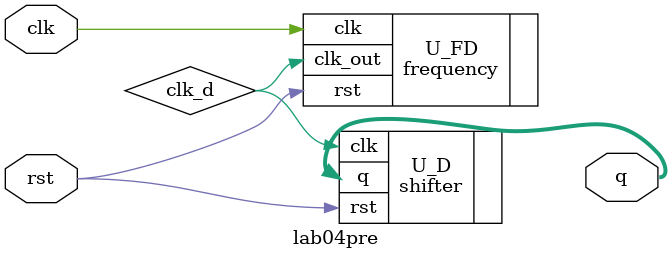
<source format=v>
`timescale 1ns / 1ps

`define BIT_WIDTH 8
module lab04pre(
    q,
    clk,
    rst
    );
    
    output [`BIT_WIDTH-1:0]q;
    input clk;
    input rst;
    wire clk_d;
    wire [`BIT_WIDTH-1:0]q;
    
    frequency U_FD(.clk_out(clk_d), .clk(clk), .rst(rst));
    
    shifter U_D(.q(q), .clk(clk_d), .rst(rst));
    
endmodule

</source>
